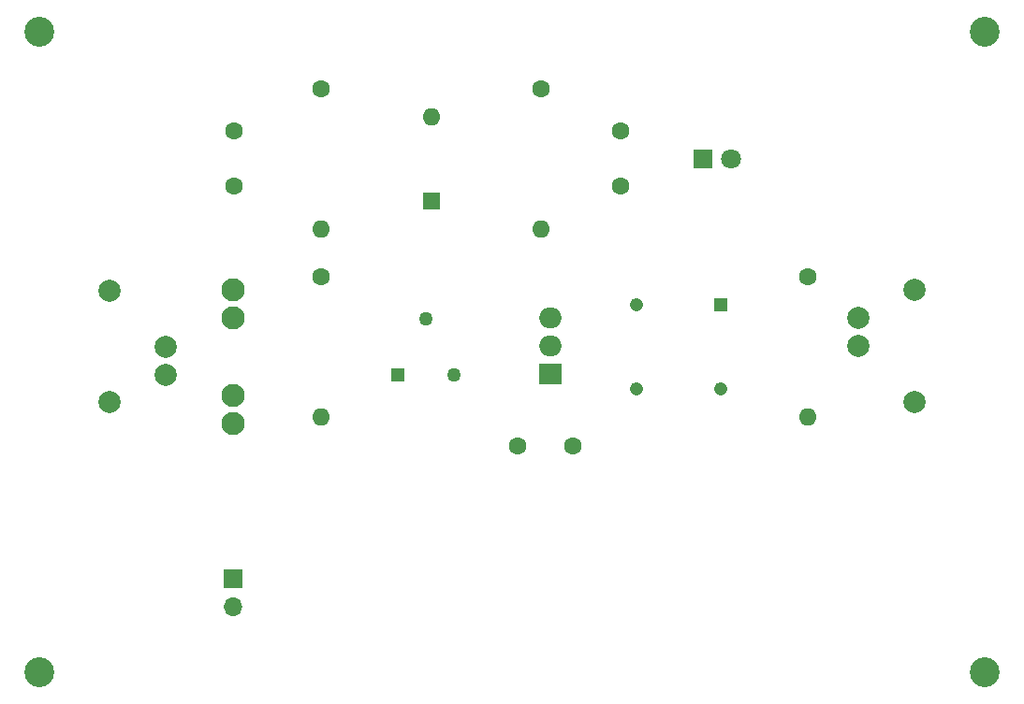
<source format=gbs>
%TF.GenerationSoftware,KiCad,Pcbnew,9.0.0*%
%TF.CreationDate,2025-08-17T08:57:57-07:00*%
%TF.ProjectId,OffsetAttenuator,4f666673-6574-4417-9474-656e7561746f,rev?*%
%TF.SameCoordinates,Original*%
%TF.FileFunction,Soldermask,Bot*%
%TF.FilePolarity,Negative*%
%FSLAX46Y46*%
G04 Gerber Fmt 4.6, Leading zero omitted, Abs format (unit mm)*
G04 Created by KiCad (PCBNEW 9.0.0) date 2025-08-17 08:57:57*
%MOMM*%
%LPD*%
G01*
G04 APERTURE LIST*
%ADD10R,1.208000X1.208000*%
%ADD11C,1.208000*%
%ADD12C,2.100000*%
%ADD13C,2.700000*%
%ADD14C,1.600000*%
%ADD15O,1.600000X1.600000*%
%ADD16C,2.000000*%
%ADD17R,2.000000X1.905000*%
%ADD18O,2.000000X1.905000*%
%ADD19R,1.268000X1.268000*%
%ADD20C,1.268000*%
%ADD21R,1.700000X1.700000*%
%ADD22O,1.700000X1.700000*%
%ADD23R,1.600000X1.600000*%
%ADD24R,1.800000X1.800000*%
%ADD25C,1.800000*%
G04 APERTURE END LIST*
D10*
%TO.C,Y1*%
X97120000Y-47690000D03*
D11*
X89500000Y-47690000D03*
X89500000Y-55310000D03*
X97120000Y-55310000D03*
%TD*%
D12*
%TO.C,SW2*%
X53000000Y-48860000D03*
X53000000Y-46370000D03*
%TD*%
D13*
%TO.C,REF\u002A\u002A*%
X121000000Y-81000000D03*
%TD*%
%TO.C,REF\u002A\u002A*%
X35500000Y-23000000D03*
%TD*%
D14*
%TO.C,R4*%
X61000000Y-45150000D03*
D15*
X61000000Y-57850000D03*
%TD*%
D14*
%TO.C,C1*%
X53100000Y-32000000D03*
X53100000Y-37000000D03*
%TD*%
D16*
%TO.C,J2*%
X114665000Y-46360000D03*
X114675000Y-56500000D03*
X109595000Y-51420000D03*
X109605000Y-48870000D03*
%TD*%
D17*
%TO.C,U1*%
X81750000Y-54000000D03*
D18*
X81750000Y-51460000D03*
X81750000Y-48920000D03*
%TD*%
D13*
%TO.C,REF\u002A\u002A*%
X121000000Y-23000000D03*
%TD*%
D14*
%TO.C,C3*%
X78750000Y-60500000D03*
X83750000Y-60500000D03*
%TD*%
D16*
%TO.C,J1*%
X41835000Y-56560000D03*
X41825000Y-46420000D03*
X46905000Y-51500000D03*
X46895000Y-54050000D03*
%TD*%
D19*
%TO.C,RV1*%
X67960000Y-54040000D03*
D20*
X70500000Y-48960000D03*
X73040000Y-54040000D03*
%TD*%
D14*
%TO.C,R3*%
X80900000Y-28150000D03*
D15*
X80900000Y-40850000D03*
%TD*%
D14*
%TO.C,R1*%
X61000000Y-28150000D03*
D15*
X61000000Y-40850000D03*
%TD*%
D13*
%TO.C,REF\u002A\u002A*%
X35500000Y-81000000D03*
%TD*%
D14*
%TO.C,R5*%
X105000000Y-45150000D03*
D15*
X105000000Y-57850000D03*
%TD*%
D12*
%TO.C,SW1*%
X52990000Y-58460000D03*
X52990000Y-55970000D03*
%TD*%
D21*
%TO.C,BT1*%
X53000000Y-72500000D03*
D22*
X53000000Y-75040000D03*
%TD*%
D23*
%TO.C,D1*%
X71000000Y-38310000D03*
D15*
X71000000Y-30690000D03*
%TD*%
D14*
%TO.C,C2*%
X88100000Y-37000000D03*
X88100000Y-32000000D03*
%TD*%
D24*
%TO.C,D2*%
X95500000Y-34500000D03*
D25*
X98040000Y-34500000D03*
%TD*%
M02*

</source>
